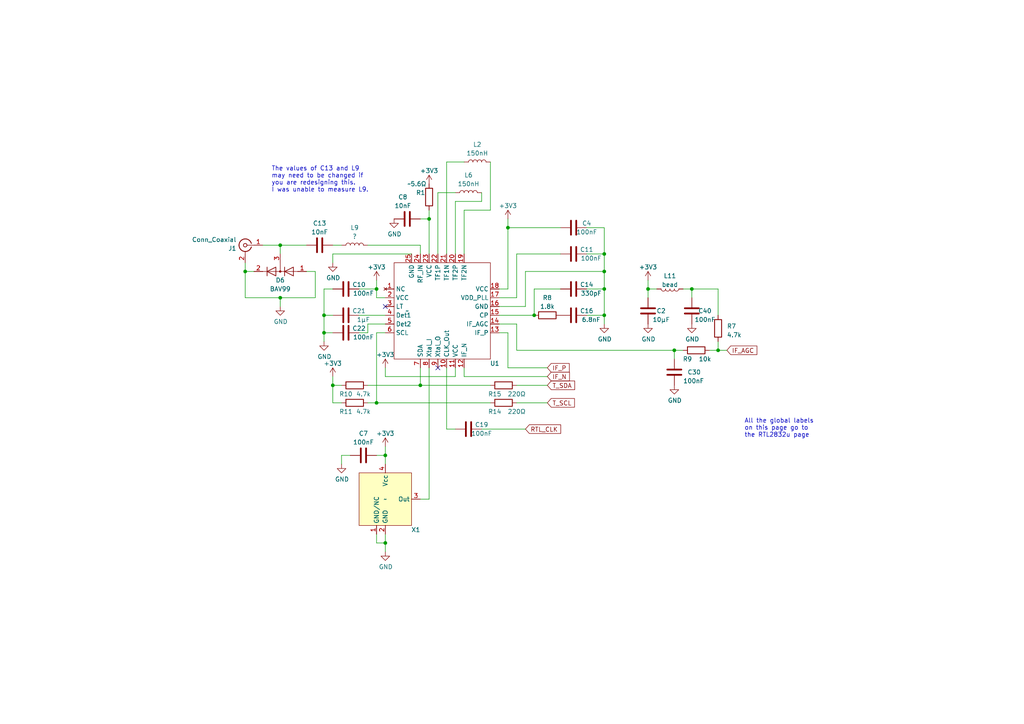
<source format=kicad_sch>
(kicad_sch (version 20230121) (generator eeschema)
  (paper "A4")
  (lib_symbols
    (symbol "Connector:Conn_Coaxial" (pin_names (offset 1.016) hide)
      (property "Reference" "J" (at 0.254 3.048 0))
      (property "Value" "Conn_Coaxial" (at 2.921 0 90))
      (symbol "Conn_Coaxial_0_1"
        (arc (start -1.778 -0.508) (mid 0.2311 -1.8066) (end 1.778 0) (stroke (width 0.254)))
        (polyline (pts (xy -2.54 0) (xy -0.508 0)))
        (polyline (pts (xy 0 -2.54) (xy 0 -1.778)))
        (circle (center 0 0) (radius 0.508) (stroke (width 0.2032)))
        (arc (start 1.778 0) (mid 0.2099 1.8101) (end -1.778 0.508) (stroke (width 0.254)))
      )
      (symbol "Conn_Coaxial_1_1"
        (pin passive line (at -5.08 0 0) (length 2.54) (name "In") (number "1"))
        (pin passive line (at 0 -5.08 90) (length 2.54) (name "Ext") (number "2"))
      )
    )
    (symbol "Device:C" (pin_numbers hide) (pin_names (offset 0.254))
      (property "Reference" "C" (at 0.635 2.54 0))
      (property "Value" "C" (at 0.635 -2.54 0))
      (symbol "C_0_1"
        (polyline (pts (xy -2.032 -0.762) (xy 2.032 -0.762)) (stroke (width 0.508)))
        (polyline (pts (xy -2.032 0.762) (xy 2.032 0.762)) (stroke (width 0.508)))
      )
      (symbol "C_1_1"
        (pin passive line (at 0 3.81 270) (length 2.794) (name "~") (number "1"))
        (pin passive line (at 0 -3.81 90) (length 2.794) (name "~") (number "2"))
      )
    )
    (symbol "Device:L" (pin_numbers hide) (pin_names (offset 1.016) hide)
      (property "Reference" "L" (at -1.27 0 90))
      (property "Value" "L" (at 1.905 0 90))
      (symbol "L_0_1"
        (arc (start 0 -2.54) (mid 0.6323 -1.905) (end 0 -1.27))
        (arc (start 0 -1.27) (mid 0.6323 -0.635) (end 0 0))
        (arc (start 0 0) (mid 0.6323 0.635) (end 0 1.27))
        (arc (start 0 1.27) (mid 0.6323 1.905) (end 0 2.54))
      )
      (symbol "L_1_1"
        (pin passive line (at 0 3.81 270) (length 1.27) (name "1") (number "1"))
        (pin passive line (at 0 -3.81 90) (length 1.27) (name "2") (number "2"))
      )
    )
    (symbol "Device:R" (pin_numbers hide) (pin_names (offset 0))
      (property "Reference" "R" (at 2.032 0 90))
      (property "Value" "R" (at 0 0 90))
      (symbol "R_0_1"
        (rectangle (start -1.016 -2.54) (end 1.016 2.54) (stroke (width 0.254)))
      )
      (symbol "R_1_1"
        (pin passive line (at 0 3.81 270) (length 1.27) (name "~") (number "1"))
        (pin passive line (at 0 -3.81 90) (length 1.27) (name "~") (number "2"))
      )
    )
    (symbol "Diode:BAV99" (pin_names hide)
      (property "Reference" "D" (at 0 5.08 0))
      (property "Value" "BAV99" (at 0 2.54 0))
      (symbol "BAV99_0_1"
        (polyline (pts (xy -5.08 0) (xy 5.08 0)))
      )
      (symbol "BAV99_1_1"
        (polyline (pts (xy 0 0) (xy 0 -2.54)))
        (polyline (pts (xy -1.27 -1.27) (xy -1.27 1.27) (xy -1.27 1.27)) (stroke (width 0.2032)))
        (polyline (pts (xy 3.81 1.27) (xy 3.81 -1.27) (xy 3.81 -1.27)) (stroke (width 0.2032)))
        (polyline (pts (xy -3.81 1.27) (xy -1.27 0) (xy -3.81 -1.27) (xy -3.81 1.27) (xy -3.81 1.27) (xy -3.81 1.27)) (stroke (width 0.2032)))
        (polyline (pts (xy 1.27 1.27) (xy 3.81 0) (xy 1.27 -1.27) (xy 1.27 1.27) (xy 1.27 1.27) (xy 1.27 1.27)) (stroke (width 0.2032)))
        (circle (center 0 0) (radius 0.254) (fill (type outline)))
        (pin passive line (at -7.62 0 0) (length 2.54) (name "K") (number "1"))
        (pin passive line (at 7.62 0 180) (length 2.54) (name "A") (number "2"))
        (pin passive line (at 0 -5.08 90) (length 2.54) (name "K") (number "3"))
      )
    )
    (symbol "power:+3V3" (power) (pin_names (offset 0))
      (property "Value" "+3V3" (at 0 3.556 0))
      (symbol "+3V3_0_1"
        (polyline (pts (xy -0.762 1.27) (xy 0 2.54)))
        (polyline (pts (xy 0 0) (xy 0 2.54)))
        (polyline (pts (xy 0 2.54) (xy 0.762 1.27)))
      )
      (symbol "+3V3_1_1"
        (pin power_in line (at 0 0 90) (length 0) hide (name "+3V3") (number "1"))
      )
    )
    (symbol "power:GND" (power) (pin_names (offset 0))
      (property "Value" "GND" (at 0 -3.81 0))
      (symbol "GND_0_1"
        (polyline (pts (xy 0 0) (xy 0 -1.27) (xy 1.27 -1.27) (xy 0 -2.54) (xy -1.27 -1.27) (xy 0 -1.27)))
      )
      (symbol "GND_1_1"
        (pin power_in line (at 0 0 270) (length 0) hide (name "GND") (number "1"))
      )
    )
    (symbol "rtlsdr_symbols:28.8mhz_chinese_tcxo"
      (property "Reference" "X" (at 8.89 -8.89 0))
      (symbol "28.8mhz_chinese_tcxo_1_1"
        (rectangle (start -7.62 7.62) (end 7.62 -7.62) (fill (type background)))
        (pin unspecified line (at -2.54 -10.16 90) (length 2.54) (name "GND/NC") (number "1"))
        (pin power_in line (at 0 -10.16 90) (length 2.54) (name "GND") (number "2"))
        (pin output line (at 10.16 0 180) (length 2.54) (name "Out") (number "3"))
        (pin power_in line (at 0 10.16 270) (length 2.54) (name "Vcc") (number "4"))
      )
    )
    (symbol "rtlsdr_symbols:R820T2"
      (property "Reference" "U" (at 15.24 -15.24 0))
      (symbol "R820T2_0_1"
        (rectangle (start -13.97 13.97) (end 13.97 -13.97))
      )
      (symbol "R820T2_1_1"
        (pin no_connect line (at -16.51 6.35 0) (length 2.54) (name "NC") (number "1"))
        (pin output line (at 1.27 -16.51 90) (length 2.54) (name "CLK_Out") (number "10"))
        (pin input line (at 3.81 -16.51 90) (length 2.54) (name "VCC") (number "11"))
        (pin output line (at 6.35 -16.51 90) (length 2.54) (name "IF_N") (number "12"))
        (pin output line (at 16.51 -6.35 180) (length 2.54) (name "IF_P") (number "13"))
        (pin unspecified line (at 16.51 -3.81 180) (length 2.54) (name "IF_AGC") (number "14"))
        (pin unspecified line (at 16.51 -1.27 180) (length 2.54) (name "CP") (number "15"))
        (pin input line (at 16.51 1.27 180) (length 2.54) (name "GND") (number "16"))
        (pin unspecified line (at 16.51 3.81 180) (length 2.54) (name "VDD_PLL") (number "17"))
        (pin input line (at 16.51 6.35 180) (length 2.54) (name "VCC") (number "18"))
        (pin unspecified line (at 6.35 16.51 270) (length 2.54) (name "TF2N") (number "19"))
        (pin input line (at -16.51 3.81 0) (length 2.54) (name "VCC") (number "2"))
        (pin unspecified line (at 3.81 16.51 270) (length 2.54) (name "TF2P") (number "20"))
        (pin unspecified line (at 1.27 16.51 270) (length 2.54) (name "TF1N") (number "21"))
        (pin unspecified line (at -1.27 16.51 270) (length 2.54) (name "TF1P") (number "22"))
        (pin input line (at -3.81 16.51 270) (length 2.54) (name "VCC") (number "23"))
        (pin input line (at -6.35 16.51 270) (length 2.54) (name "RF_IN") (number "24"))
        (pin power_in line (at -8.89 16.51 270) (length 2.54) (name "GND") (number "25"))
        (pin unspecified line (at -16.51 1.27 0) (length 2.54) (name "LT") (number "3"))
        (pin unspecified line (at -16.51 -1.27 0) (length 2.54) (name "Det1") (number "4"))
        (pin unspecified line (at -16.51 -3.81 0) (length 2.54) (name "Det2") (number "5"))
        (pin unspecified line (at -16.51 -6.35 0) (length 2.54) (name "SCL") (number "6"))
        (pin bidirectional line (at -6.35 -16.51 90) (length 2.54) (name "SDA") (number "7"))
        (pin unspecified line (at -3.81 -16.51 90) (length 2.54) (name "Xtal_I") (number "8"))
        (pin unspecified line (at -1.27 -16.51 90) (length 2.54) (name "Xtal_O") (number "9"))
      )
    )
  )
  (junction (at 93.98 96.52))
  (junction (at 71.12 78.74))
  (junction (at 187.96 83.82))
  (junction (at 96.52 111.76))
  (junction (at 175.26 78.74))
  (junction (at 81.28 86.36))
  (junction (at 109.22 116.84))
  (junction (at 208.28 101.6))
  (junction (at 124.46 63.5))
  (junction (at 200.66 83.82))
  (junction (at 111.76 157.48))
  (junction (at 175.26 73.66))
  (junction (at 195.58 101.6))
  (junction (at 154.94 91.44))
  (junction (at 121.92 111.76))
  (junction (at 147.32 66.04))
  (junction (at 175.26 83.82))
  (junction (at 109.22 83.82))
  (junction (at 93.98 91.44))
  (junction (at 81.28 71.12))
  (junction (at 111.76 132.08))
  (junction (at 175.26 91.44))
  (no_connect (at 127 106.68))
  (no_connect (at 111.76 88.9))
  (wire (pts (xy 106.68 96.52) (xy 104.14 96.52)))
  (wire (pts (xy 109.22 96.52) (xy 109.22 116.84)))
  (wire (pts (xy 132.08 55.88) (xy 127 55.88)))
  (wire (pts (xy 106.68 111.76) (xy 121.92 111.76)))
  (wire (pts (xy 121.92 106.68) (xy 121.92 111.76)))
  (wire (pts (xy 124.46 60.96) (xy 124.46 63.5)))
  (wire (pts (xy 187.96 83.82) (xy 190.5 83.82)))
  (wire (pts (xy 129.54 46.99) (xy 134.62 46.99)))
  (wire (pts (xy 106.68 96.52) (xy 106.68 93.98)))
  (wire (pts (xy 109.22 83.82) (xy 109.22 81.28)))
  (wire (pts (xy 198.12 101.6) (xy 195.58 101.6)))
  (wire (pts (xy 109.22 154.94) (xy 109.22 157.48)))
  (wire (pts (xy 109.22 116.84) (xy 142.24 116.84)))
  (wire (pts (xy 208.28 91.44) (xy 208.28 83.82)))
  (wire (pts (xy 91.44 78.74) (xy 91.44 86.36)))
  (wire (pts (xy 81.28 88.9) (xy 81.28 86.36)))
  (wire (pts (xy 106.68 116.84) (xy 109.22 116.84)))
  (wire (pts (xy 144.78 83.82) (xy 147.32 83.82)))
  (wire (pts (xy 96.52 71.12) (xy 99.06 71.12)))
  (wire (pts (xy 134.62 106.68) (xy 134.62 109.22)))
  (wire (pts (xy 154.94 83.82) (xy 154.94 91.44)))
  (wire (pts (xy 175.26 66.04) (xy 175.26 73.66)))
  (wire (pts (xy 119.38 73.66) (xy 96.52 73.66)))
  (wire (pts (xy 144.78 93.98) (xy 149.86 93.98)))
  (wire (pts (xy 121.92 63.5) (xy 124.46 63.5)))
  (wire (pts (xy 144.78 91.44) (xy 154.94 91.44)))
  (wire (pts (xy 127 55.88) (xy 127 73.66)))
  (wire (pts (xy 147.32 96.52) (xy 147.32 106.68)))
  (wire (pts (xy 124.46 106.68) (xy 124.46 144.78)))
  (wire (pts (xy 149.86 73.66) (xy 149.86 86.36)))
  (wire (pts (xy 162.56 66.04) (xy 147.32 66.04)))
  (wire (pts (xy 134.62 60.96) (xy 142.24 60.96)))
  (wire (pts (xy 170.18 91.44) (xy 175.26 91.44)))
  (wire (pts (xy 111.76 106.68) (xy 111.76 109.22)))
  (wire (pts (xy 129.54 106.68) (xy 129.54 124.46)))
  (wire (pts (xy 142.24 111.76) (xy 121.92 111.76)))
  (wire (pts (xy 198.12 83.82) (xy 200.66 83.82)))
  (wire (pts (xy 195.58 104.14) (xy 195.58 101.6)))
  (wire (pts (xy 111.76 157.48) (xy 111.76 154.94)))
  (wire (pts (xy 200.66 83.82) (xy 200.66 86.36)))
  (wire (pts (xy 96.52 111.76) (xy 96.52 116.84)))
  (wire (pts (xy 147.32 63.5) (xy 147.32 66.04)))
  (wire (pts (xy 152.4 78.74) (xy 175.26 78.74)))
  (wire (pts (xy 129.54 46.99) (xy 129.54 73.66)))
  (wire (pts (xy 111.76 86.36) (xy 109.22 86.36)))
  (wire (pts (xy 149.86 93.98) (xy 149.86 101.6)))
  (wire (pts (xy 96.52 111.76) (xy 96.52 109.22)))
  (wire (pts (xy 132.08 109.22) (xy 111.76 109.22)))
  (wire (pts (xy 93.98 99.06) (xy 93.98 96.52)))
  (wire (pts (xy 175.26 83.82) (xy 175.26 91.44)))
  (wire (pts (xy 93.98 91.44) (xy 93.98 83.82)))
  (wire (pts (xy 175.26 91.44) (xy 175.26 93.98)))
  (wire (pts (xy 129.54 124.46) (xy 132.08 124.46)))
  (wire (pts (xy 175.26 78.74) (xy 175.26 83.82)))
  (wire (pts (xy 170.18 83.82) (xy 175.26 83.82)))
  (wire (pts (xy 81.28 71.12) (xy 88.9 71.12)))
  (wire (pts (xy 149.86 73.66) (xy 162.56 73.66)))
  (wire (pts (xy 96.52 73.66) (xy 96.52 76.2)))
  (wire (pts (xy 96.52 116.84) (xy 99.06 116.84)))
  (wire (pts (xy 93.98 83.82) (xy 96.52 83.82)))
  (wire (pts (xy 111.76 160.02) (xy 111.76 157.48)))
  (wire (pts (xy 71.12 76.2) (xy 71.12 78.74)))
  (wire (pts (xy 139.7 55.88) (xy 139.7 58.42)))
  (wire (pts (xy 152.4 88.9) (xy 144.78 88.9)))
  (wire (pts (xy 109.22 83.82) (xy 109.22 86.36)))
  (wire (pts (xy 144.78 96.52) (xy 147.32 96.52)))
  (wire (pts (xy 208.28 83.82) (xy 200.66 83.82)))
  (wire (pts (xy 162.56 83.82) (xy 154.94 83.82)))
  (wire (pts (xy 132.08 58.42) (xy 132.08 73.66)))
  (wire (pts (xy 91.44 78.74) (xy 88.9 78.74)))
  (wire (pts (xy 81.28 71.12) (xy 81.28 73.66)))
  (wire (pts (xy 109.22 96.52) (xy 111.76 96.52)))
  (wire (pts (xy 149.86 101.6) (xy 195.58 101.6)))
  (wire (pts (xy 121.92 144.78) (xy 124.46 144.78)))
  (wire (pts (xy 76.2 71.12) (xy 81.28 71.12)))
  (wire (pts (xy 208.28 99.06) (xy 208.28 101.6)))
  (wire (pts (xy 111.76 129.54) (xy 111.76 132.08)))
  (wire (pts (xy 134.62 109.22) (xy 158.75 109.22)))
  (wire (pts (xy 96.52 111.76) (xy 99.06 111.76)))
  (wire (pts (xy 147.32 106.68) (xy 158.75 106.68)))
  (wire (pts (xy 99.06 132.08) (xy 101.6 132.08)))
  (wire (pts (xy 187.96 83.82) (xy 187.96 86.36)))
  (wire (pts (xy 71.12 78.74) (xy 73.66 78.74)))
  (wire (pts (xy 139.7 124.46) (xy 152.4 124.46)))
  (wire (pts (xy 147.32 66.04) (xy 147.32 83.82)))
  (wire (pts (xy 104.14 91.44) (xy 111.76 91.44)))
  (wire (pts (xy 142.24 46.99) (xy 142.24 60.96)))
  (wire (pts (xy 93.98 96.52) (xy 93.98 91.44)))
  (wire (pts (xy 175.26 73.66) (xy 175.26 78.74)))
  (wire (pts (xy 109.22 132.08) (xy 111.76 132.08)))
  (wire (pts (xy 187.96 81.28) (xy 187.96 83.82)))
  (wire (pts (xy 134.62 60.96) (xy 134.62 73.66)))
  (wire (pts (xy 175.26 66.04) (xy 170.18 66.04)))
  (wire (pts (xy 109.22 157.48) (xy 111.76 157.48)))
  (wire (pts (xy 149.86 111.76) (xy 158.75 111.76)))
  (wire (pts (xy 149.86 116.84) (xy 158.75 116.84)))
  (wire (pts (xy 81.28 86.36) (xy 71.12 86.36)))
  (wire (pts (xy 91.44 86.36) (xy 81.28 86.36)))
  (wire (pts (xy 152.4 78.74) (xy 152.4 88.9)))
  (wire (pts (xy 71.12 86.36) (xy 71.12 78.74)))
  (wire (pts (xy 99.06 132.08) (xy 99.06 134.62)))
  (wire (pts (xy 149.86 86.36) (xy 144.78 86.36)))
  (wire (pts (xy 121.92 71.12) (xy 121.92 73.66)))
  (wire (pts (xy 93.98 96.52) (xy 96.52 96.52)))
  (wire (pts (xy 208.28 101.6) (xy 205.74 101.6)))
  (wire (pts (xy 170.18 73.66) (xy 175.26 73.66)))
  (wire (pts (xy 139.7 58.42) (xy 132.08 58.42)))
  (wire (pts (xy 93.98 91.44) (xy 96.52 91.44)))
  (wire (pts (xy 132.08 106.68) (xy 132.08 109.22)))
  (wire (pts (xy 111.76 132.08) (xy 111.76 134.62)))
  (wire (pts (xy 106.68 93.98) (xy 111.76 93.98)))
  (wire (pts (xy 208.28 101.6) (xy 210.82 101.6)))
  (wire (pts (xy 106.68 71.12) (xy 121.92 71.12)))
  (wire (pts (xy 104.14 83.82) (xy 109.22 83.82)))
  (wire (pts (xy 124.46 63.5) (xy 124.46 73.66)))
  (text "All the global labels\non this page go to\nthe RTL2832u page" (at 215.9 127 0) (effects (font (size 1.27 1.27)) (justify left bottom)))
  (text "The values of C13 and L9\nmay need to be changed if\nyou are redesigning this.\nI was unable to measure L9." (at 78.74 55.88 0) (effects (font (size 1.27 1.27)) (justify left bottom)))
  (global_label "T_SCL" (shape input) (at 158.75 116.84 0) (property "Intersheetrefs" "${INTERSHEET_REFS}" (effects hide)))
  (global_label "T_SDA" (shape input) (at 158.75 111.76 0) (property "Intersheetrefs" "${INTERSHEET_REFS}" (effects hide)))
  (global_label "IF_N" (shape input) (at 158.75 109.22 0) (property "Intersheetrefs" "${INTERSHEET_REFS}" (effects hide)))
  (global_label "IF_AGC" (shape input) (at 210.82 101.6 0) (property "Intersheetrefs" "${INTERSHEET_REFS}" (effects hide)))
  (global_label "IF_P" (shape input) (at 158.75 106.68 0) (property "Intersheetrefs" "${INTERSHEET_REFS}" (effects hide)))
  (global_label "RTL_CLK" (shape input) (at 152.4 124.46 0) (property "Intersheetrefs" "${INTERSHEET_REFS}" (effects hide)))
  (symbol (lib_id "power:GND") (at 96.52 76.2 0) (unit 1)
    (property "Reference" "#PWR02" (effects hide))
    (property "Value" "GND" (at 96.647 80.5942 0))
    (instances (project "Microcontroller" (path "" (reference "#PWR02") (unit 1))) (project "rtl_sdr_expansion_card" (path "" (reference "#PWR043") (unit 1)) (path "" (reference "#PWR041") (unit 1))))
  )
  (symbol (lib_id "power:+3V3") (at 109.22 81.28 0) (unit 1)
    (property "Reference" "#PWR015" (effects hide))
    (property "Value" "+3V3" (at 109.22 77.47 0))
    (instances (project "rtl_sdr_expansion_card" (path "" (reference "#PWR015") (unit 1)) (path "" (reference "#PWR018") (unit 1)) (path "" (reference "#PWR011") (unit 1))) (project "rtlsdrmodule" (path "" (reference "#PWR05") (unit 1))))
  )
  (symbol (lib_id "power:+3V3") (at 187.96 81.28 0) (unit 1)
    (property "Reference" "#PWR015" (effects hide))
    (property "Value" "+3V3" (at 187.96 77.47 0))
    (instances (project "rtl_sdr_expansion_card" (path "" (reference "#PWR015") (unit 1)) (path "" (reference "#PWR018") (unit 1)) (path "" (reference "#PWR020") (unit 1))) (project "rtlsdrmodule" (path "" (reference "#PWR05") (unit 1))))
  )
  (symbol (lib_id "Device:C") (at 100.33 91.44 90) (unit 1)
    (property "Reference" "C21" (at 104.14 90.17 90))
    (property "Value" "1µF" (at 105.41 92.71 90))
    (property "Footprint" "Capacitor_SMD:C_0402_1005Metric" (effects hide))
  )
  (symbol (lib_id "power:GND") (at 195.58 111.76 0) (unit 1)
    (property "Reference" "#PWR02" (effects hide))
    (property "Value" "GND" (at 195.707 116.1542 0))
    (instances (project "Microcontroller" (path "" (reference "#PWR02") (unit 1))) (project "rtl_sdr_expansion_card" (path "" (reference "#PWR043") (unit 1)) (path "" (reference "#PWR021") (unit 1))))
  )
  (symbol (lib_id "power:GND") (at 93.98 99.06 0) (unit 1)
    (property "Reference" "#PWR02" (effects hide))
    (property "Value" "GND" (at 94.107 103.4542 0))
    (instances (project "Microcontroller" (path "" (reference "#PWR02") (unit 1))) (project "rtl_sdr_expansion_card" (path "" (reference "#PWR043") (unit 1)) (path "" (reference "#PWR09") (unit 1))))
  )
  (symbol (lib_id "Diode:BAV99") (at 81.28 78.74 180) (unit 1)
    (property "Reference" "D6" (at 81.28 81.28 0))
    (property "Value" "BAV99" (at 81.28 83.82 0))
    (property "Footprint" "Package_TO_SOT_SMD:SOT-23" (effects hide))
    (property "Datasheet" "https://assets.nexperia.com/documents/data-sheet/BAV99_SER.pdf" (effects hide))
  )
  (symbol (lib_id "power:GND") (at 99.06 134.62 0) (unit 1)
    (property "Reference" "#PWR02" (effects hide))
    (property "Value" "GND" (at 99.187 139.0142 0))
    (instances (project "Microcontroller" (path "" (reference "#PWR02") (unit 1))) (project "rtl_sdr_expansion_card" (path "" (reference "#PWR043") (unit 1)) (path "" (reference "#PWR044") (unit 1))))
  )
  (symbol (lib_id "power:+3V3") (at 147.32 63.5 0) (unit 1)
    (property "Reference" "#PWR015" (effects hide))
    (property "Value" "+3V3" (at 147.32 59.69 0))
    (instances (project "rtl_sdr_expansion_card" (path "" (reference "#PWR015") (unit 1)) (path "" (reference "#PWR018") (unit 1)) (path "" (reference "#PWR016") (unit 1))) (project "rtlsdrmodule" (path "" (reference "#PWR05") (unit 1))))
  )
  (symbol (lib_id "power:+3V3") (at 96.52 109.22 0) (unit 1)
    (property "Reference" "#PWR015" (effects hide))
    (property "Value" "+3V3" (at 96.52 105.41 0))
    (instances (project "rtl_sdr_expansion_card" (path "" (reference "#PWR015") (unit 1)) (path "" (reference "#PWR018") (unit 1)) (path "" (reference "#PWR010") (unit 1))) (project "rtlsdrmodule" (path "" (reference "#PWR05") (unit 1))))
  )
  (symbol (lib_id "Device:C") (at 187.96 90.17 0) (unit 1)
    (property "Reference" "C2" (at 191.77 90.17 0))
    (property "Value" "10µF" (at 191.77 92.71 0))
    (property "Footprint" "Capacitor_SMD:C_0805_2012Metric" (effects hide))
  )
  (symbol (lib_id "Device:R") (at 102.87 116.84 90) (unit 1)
    (property "Reference" "R11" (at 100.33 119.38 90))
    (property "Value" "4.7k" (at 105.41 119.38 90))
    (property "Footprint" "Resistor_SMD:R_0402_1005Metric" (effects hide))
  )
  (symbol (lib_id "power:GND") (at 114.3 63.5 0) (unit 1)
    (property "Reference" "#PWR02" (effects hide))
    (property "Value" "GND" (at 114.427 67.8942 0))
    (instances (project "Microcontroller" (path "" (reference "#PWR02") (unit 1))) (project "rtl_sdr_expansion_card" (path "" (reference "#PWR043") (unit 1)) (path "" (reference "#PWR012") (unit 1))))
  )
  (symbol (lib_id "Device:C") (at 166.37 66.04 90) (unit 1)
    (property "Reference" "C4" (at 170.18 64.77 90))
    (property "Value" "100nF" (at 170.18 67.31 90))
    (property "Footprint" "Capacitor_SMD:C_0402_1005Metric" (effects hide))
  )
  (symbol (lib_id "Device:C") (at 200.66 90.17 0) (unit 1)
    (property "Reference" "C40" (at 204.47 90.17 0))
    (property "Value" "100nF" (at 204.47 92.71 0))
    (property "Footprint" "Capacitor_SMD:C_0402_1005Metric" (effects hide))
  )
  (symbol (lib_id "Device:C") (at 100.33 83.82 90) (unit 1)
    (property "Reference" "C10" (at 104.14 82.55 90))
    (property "Value" "100nF" (at 105.41 85.09 90))
    (property "Footprint" "Capacitor_SMD:C_0402_1005Metric" (effects hide))
  )
  (symbol (lib_id "Device:R") (at 124.46 57.15 0) (unit 1)
    (property "Reference" "R1" (at 120.65 55.88 0) (effects (justify left)))
    (property "Value" "~5.6Ω" (at 118.11 53.34 0) (effects (justify left)))
    (property "Footprint" "Resistor_SMD:R_0402_1005Metric" (effects hide))
  )
  (symbol (lib_id "Device:C") (at 92.71 71.12 90) (unit 1)
    (property "Reference" "C13" (at 92.71 64.77 90))
    (property "Value" "10nF" (at 92.71 67.31 90))
    (property "Footprint" "Capacitor_SMD:C_0402_1005Metric" (effects hide))
  )
  (symbol (lib_id "Device:R") (at 102.87 111.76 90) (unit 1)
    (property "Reference" "R10" (at 100.33 114.3 90))
    (property "Value" "4.7k" (at 105.41 114.3 90))
    (property "Footprint" "Resistor_SMD:R_0402_1005Metric" (effects hide))
  )
  (symbol (lib_id "Device:C") (at 135.89 124.46 90) (unit 1)
    (property "Reference" "C19" (at 139.7 123.19 90))
    (property "Value" "100nF" (at 139.7 125.73 90))
    (property "Footprint" "Capacitor_SMD:C_0402_1005Metric" (effects hide))
  )
  (symbol (lib_id "power:+3V3") (at 111.76 129.54 0) (unit 1)
    (property "Reference" "#PWR015" (effects hide))
    (property "Value" "+3V3" (at 111.76 125.73 0))
    (instances (project "rtl_sdr_expansion_card" (path "" (reference "#PWR015") (unit 1)) (path "" (reference "#PWR018") (unit 1)) (path "" (reference "#PWR043") (unit 1))) (project "rtlsdrmodule" (path "" (reference "#PWR05") (unit 1))))
  )
  (symbol (lib_id "Device:C") (at 105.41 132.08 90) (unit 1)
    (property "Reference" "C7" (at 105.41 125.73 90))
    (property "Value" "100nF" (at 105.41 128.27 90))
    (property "Footprint" "Capacitor_SMD:C_0402_1005Metric" (effects hide))
  )
  (symbol (lib_id "power:GND") (at 187.96 93.98 0) (unit 1)
    (property "Reference" "#PWR02" (effects hide))
    (property "Value" "GND" (at 188.087 98.3742 0))
    (instances (project "Microcontroller" (path "" (reference "#PWR02") (unit 1))) (project "rtl_sdr_expansion_card" (path "" (reference "#PWR043") (unit 1)) (path "" (reference "#PWR040") (unit 1))))
  )
  (symbol (lib_id "Device:C") (at 100.33 96.52 90) (unit 1)
    (property "Reference" "C22" (at 104.14 95.25 90))
    (property "Value" "100nF" (at 105.41 97.79 90))
    (property "Footprint" "Capacitor_SMD:C_0402_1005Metric" (effects hide))
  )
  (symbol (lib_id "power:+3V3") (at 124.46 53.34 0) (unit 1)
    (property "Reference" "#PWR015" (effects hide))
    (property "Value" "+3V3" (at 124.46 49.53 0))
    (instances (project "rtl_sdr_expansion_card" (path "" (reference "#PWR015") (unit 1)) (path "" (reference "#PWR018") (unit 1)) (path "" (reference "#PWR014") (unit 1))) (project "rtlsdrmodule" (path "" (reference "#PWR05") (unit 1))))
  )
  (symbol (lib_id "Device:R") (at 208.28 95.25 0) (unit 1)
    (property "Reference" "R7" (at 210.82 94.615 0) (effects (justify left)))
    (property "Value" "4.7k" (at 210.82 97.155 0) (effects (justify left)))
    (property "Footprint" "Resistor_SMD:R_0402_1005Metric" (effects hide))
  )
  (symbol (lib_id "Device:L") (at 194.31 83.82 270) (unit 1)
    (property "Reference" "L11" (at 194.31 80.01 90))
    (property "Value" "bead" (at 194.31 82.55 90))
    (property "Footprint" "Inductor_SMD:L_0402_1005Metric" (effects hide))
  )
  (symbol (lib_id "Device:C") (at 166.37 91.44 90) (unit 1)
    (property "Reference" "C16" (at 170.18 90.17 90))
    (property "Value" "6.8nF" (at 171.45 92.71 90))
    (property "Footprint" "Capacitor_SMD:C_0402_1005Metric" (effects hide))
  )
  (symbol (lib_id "Device:C") (at 195.58 107.95 0) (unit 1)
    (property "Reference" "C30" (at 199.39 107.95 0) (effects (justify left)))
    (property "Value" "100nF" (at 198.12 110.49 0) (effects (justify left)))
    (property "Footprint" "Capacitor_SMD:C_0402_1005Metric" (effects hide))
  )
  (symbol (lib_id "power:GND") (at 200.66 93.98 0) (unit 1)
    (property "Reference" "#PWR02" (effects hide))
    (property "Value" "GND" (at 200.787 98.3742 0))
    (instances (project "Microcontroller" (path "" (reference "#PWR02") (unit 1))) (project "rtl_sdr_expansion_card" (path "" (reference "#PWR043") (unit 1)) (path "" (reference "#PWR023") (unit 1))))
  )
  (symbol (lib_id "power:GND") (at 175.26 93.98 0) (unit 1)
    (property "Reference" "#PWR02" (effects hide))
    (property "Value" "GND" (at 175.387 98.3742 0))
    (instances (project "Microcontroller" (path "" (reference "#PWR02") (unit 1))) (project "rtl_sdr_expansion_card" (path "" (reference "#PWR043") (unit 1)) (path "" (reference "#PWR019") (unit 1))))
  )
  (symbol (lib_id "Device:R") (at 146.05 111.76 90) (unit 1)
    (property "Reference" "R15" (at 143.51 114.3 90))
    (property "Value" "220Ω" (at 149.86 114.3 90))
    (property "Footprint" "Resistor_SMD:R_0402_1005Metric" (effects hide))
  )
  (symbol (lib_id "Device:C") (at 166.37 83.82 90) (unit 1)
    (property "Reference" "C14" (at 170.18 82.55 90))
    (property "Value" "330pF" (at 171.45 85.09 90))
    (property "Footprint" "Capacitor_SMD:C_0402_1005Metric" (effects hide))
  )
  (symbol (lib_id "Device:C") (at 118.11 63.5 90) (unit 1)
    (property "Reference" "C8" (at 116.84 57.15 90))
    (property "Value" "10nF" (at 116.84 59.69 90))
    (property "Footprint" "Capacitor_SMD:C_0402_1005Metric" (effects hide))
  )
  (symbol (lib_id "rtlsdr_symbols:R820T2") (at 128.27 90.17 0) (unit 1)
    (property "Reference" "U1" (at 143.51 105.41 0))
    (property "Value" "~" (at 118.11 90.17 0))
    (property "Footprint" "design_specific:QFN-24_EP_4x4_Pitch0.5mm_vias0.3mm" (effects hide))
  )
  (symbol (lib_id "power:GND") (at 111.76 160.02 0) (unit 1)
    (property "Reference" "#PWR02" (effects hide))
    (property "Value" "GND" (at 111.887 164.4142 0))
    (instances (project "Microcontroller" (path "" (reference "#PWR02") (unit 1))) (project "rtl_sdr_expansion_card" (path "" (reference "#PWR043") (unit 1)) (path "" (reference "#PWR013") (unit 1))))
  )
  (symbol (lib_id "Device:L") (at 138.43 46.99 90) (unit 1)
    (property "Reference" "L2" (at 138.43 41.91 90))
    (property "Value" "150nH" (at 138.43 44.45 90))
    (property "Footprint" "Inductor_SMD:L_0603_1608Metric" (effects hide))
  )
  (symbol (lib_id "power:+3V3") (at 111.76 106.68 0) (unit 1)
    (property "Reference" "#PWR015" (effects hide))
    (property "Value" "+3V3" (at 111.76 102.87 0))
    (instances (project "rtl_sdr_expansion_card" (path "" (reference "#PWR015") (unit 1)) (path "" (reference "#PWR018") (unit 1)) (path "" (reference "#PWR042") (unit 1))) (project "rtlsdrmodule" (path "" (reference "#PWR05") (unit 1))))
  )
  (symbol (lib_id "power:GND") (at 81.28 88.9 0) (unit 1)
    (property "Reference" "#PWR02" (effects hide))
    (property "Value" "GND" (at 81.407 93.2942 0))
    (instances (project "Microcontroller" (path "" (reference "#PWR02") (unit 1))) (project "rtl_sdr_expansion_card" (path "" (reference "#PWR043") (unit 1)) (path "" (reference "#PWR08") (unit 1))))
  )
  (symbol (lib_id "Device:R") (at 201.93 101.6 90) (unit 1)
    (property "Reference" "R9" (at 199.39 104.14 90))
    (property "Value" "10k" (at 204.47 104.14 90))
    (property "Footprint" "Resistor_SMD:R_0402_1005Metric" (effects hide))
  )
  (symbol (lib_id "Device:L") (at 102.87 71.12 90) (unit 1)
    (property "Reference" "L9" (at 102.87 66.04 90))
    (property "Value" "?" (at 102.87 68.58 90))
    (property "Footprint" "Inductor_SMD:L_0402_1005Metric" (effects hide))
  )
  (symbol (lib_id "Device:L") (at 135.89 55.88 90) (unit 1)
    (property "Reference" "L6" (at 135.89 50.8 90))
    (property "Value" "150nH" (at 135.89 53.34 90))
    (property "Footprint" "Inductor_SMD:L_0603_1608Metric" (effects hide))
  )
  (symbol (lib_id "Device:C") (at 166.37 73.66 90) (unit 1)
    (property "Reference" "C11" (at 170.18 72.39 90))
    (property "Value" "100nF" (at 171.45 74.93 90))
    (property "Footprint" "Capacitor_SMD:C_0402_1005Metric" (effects hide))
  )
  (symbol (lib_id "Device:R") (at 146.05 116.84 90) (unit 1)
    (property "Reference" "R14" (at 143.51 119.38 90))
    (property "Value" "220Ω" (at 149.86 119.38 90))
    (property "Footprint" "Resistor_SMD:R_0402_1005Metric" (effects hide))
  )
  (symbol (lib_id "Connector:Conn_Coaxial") (at 71.12 71.12 0) (mirror y) (unit 1)
    (property "Reference" "J1" (at 68.58 72.0482 0) (effects (justify left)))
    (property "Value" "Conn_Coaxial" (at 68.58 69.5082 0) (effects (justify left)))
    (property "Footprint" "Connector_Coaxial:SMA_Molex_73251-2120_EdgeMount_Horizontal" (effects hide))
    (property "Datasheet" " ~" (effects hide))
  )
  (symbol (lib_id "Device:R") (at 158.75 91.44 90) (unit 1)
    (property "Reference" "R8" (at 158.75 86.36 90))
    (property "Value" "1.8k" (at 158.75 88.9 90))
    (property "Footprint" "Resistor_SMD:R_0402_1005Metric" (effects hide))
  )
  (symbol (lib_id "rtlsdr_symbols:28.8mhz_chinese_tcxo") (at 111.76 144.78 0) (unit 1)
    (property "Reference" "X1" (at 121.92 153.67 0) (effects (justify right)))
    (property "Value" "~" (at 111.76 144.78 0))
    (property "Footprint" "Crystal:Crystal_SMD_3225-4Pin_3.2x2.5mm" (effects hide))
  )
)
</source>
